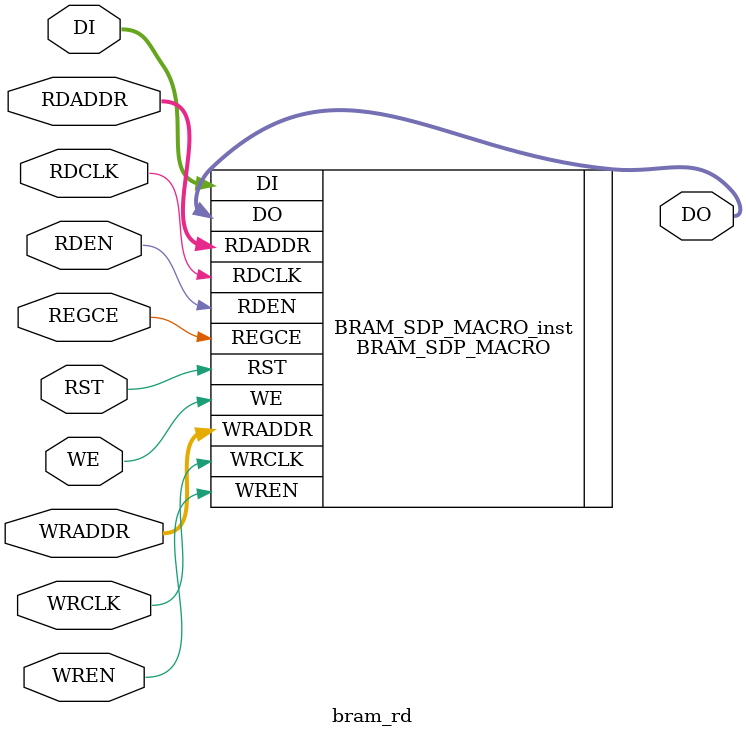
<source format=v>
`timescale 1ns / 1ps

module bram_rd(
    output [7:0] DO,
    input [7:0] DI,
    input [11:0] RDADDR,
    input [11:0] WRADDR,
    input REGCE,
    input RST , 
    input RDCLK,
    input WRCLK,
    input RDEN,
    input WREN,
    input WE
    );
      ///////////////////////////////////////////////////////////////////////
    BRAM_SDP_MACRO #(
    .BRAM_SIZE("36Kb"), // Target BRAM, "18Kb" or "36Kb"
    .DEVICE("7SERIES"), // Target device: "7SERIES"
    .WRITE_WIDTH(8), // Valid values are 1-72 (37-72 only valid when BRAM_SIZE="36Kb")
    .READ_WIDTH(8), // Valid values are 1-72 (37-72 only valid when BRAM_SIZE="36Kb")
    .DO_REG(0), // Optional output register (0 or 1)
    .INIT_FILE ("NONE"),
    .SIM_COLLISION_CHECK ("ALL"), // Collision check enable "ALL", "WARNING_ONLY",
    // "GENERATE_X_ONLY" or "NONE"
    .SRVAL(72'h000000000000000000), // Set/Reset value for port output
    .INIT(72'h000000000000000000), // Initial values on output port
    .WRITE_MODE("WRITE_FIRST"), // Specify "READ_FIRST" for same clock or synchronous clocks
    // Specify "WRITE_FIRST for asynchronous clocks on ports
    .INIT_00(256'h0000000000000000000000000000000000000000000000000000000000000000),
    .INIT_01(256'h0000000000000000000000000000000000000000000000000000000000000000),
    .INIT_02(256'h0000000000000000000000000000000000000000000000000000000000000000),
    .INIT_03(256'h0000000000000000000000000000000000000000000000000000000000000000),
    .INIT_04(256'h0000000000000000000000000000000000000000000000000000000000000000),
    .INIT_05(256'h0000000000000000000000000000000000000000000000000000000000000000),
    .INIT_06(256'h0000000000000000000000000000000000000000000000000000000000000000),
    .INIT_07(256'h0000000000000000000000000000000000000000000000000000000000000000),
    .INIT_08(256'h0000000000000000000000000000000000000000000000000000000000000000),
    .INIT_09(256'h0000000000000000000000000000000000000000000000000000000000000000),
    .INIT_0A(256'h0000000000000000000000000000000000000000000000000000000000000000),
    .INIT_0B(256'h0000000000000000000000000000000000000000000000000000000000000000),
    .INIT_0C(256'h0000000000000000000000000000000000000000000000000000000000000000),
    .INIT_0D(256'h0000000000000000000000000000000000000000000000000000000000000000),
    .INIT_0E(256'h0000000000000000000000000000000000000000000000000000000000000000),
    .INIT_0F(256'h0000000000000000000000000000000000000000000000000000000000000000),
    .INIT_10(256'h0000000000000000000000000000000000000000000000000000000000000000),
    .INIT_11(256'h0000000000000000000000000000000000000000000000000000000000000000),
    .INIT_12(256'h0000000000000000000000000000000000000000000000000000000000000000),
    .INIT_13(256'h0000000000000000000000000000000000000000000000000000000000000000),
    .INIT_14(256'h0000000000000000000000000000000000000000000000000000000000000000),
    .INIT_15(256'h0000000000000000000000000000000000000000000000000000000000000000),
    .INIT_16(256'h0000000000000000000000000000000000000000000000000000000000000000),
    .INIT_17(256'h0000000000000000000000000000000000000000000000000000000000000000),
    .INIT_18(256'h0000000000000000000000000000000000000000000000000000000000000000),
    .INIT_19(256'h0000000000000000000000000000000000000000000000000000000000000000),
    .INIT_1A(256'h0000000000000000000000000000000000000000000000000000000000000000),
    .INIT_1B(256'h0000000000000000000000000000000000000000000000000000000000000000),
    .INIT_1C(256'h0000000000000000000000000000000000000000000000000000000000000000),
    .INIT_1D(256'h0000000000000000000000000000000000000000000000000000000000000000),
    .INIT_1E(256'h0000000000000000000000000000000000000000000000000000000000000000),
    .INIT_1F(256'h0000000000000000000000000000000000000000000000000000000000000000),
    .INIT_20(256'h0000000000000000000000000000000000000000000000000000000000000000),
    .INIT_21(256'h0000000000000000000000000000000000000000000000000000000000000000),
    .INIT_22(256'h0000000000000000000000000000000000000000000000000000000000000000),
    .INIT_23(256'h0000000000000000000000000000000000000000000000000000000000000000),
    .INIT_24(256'h0000000000000000000000000000000000000000000000000000000000000000),
    .INIT_25(256'h0000000000000000000000000000000000000000000000000000000000000000),
    .INIT_26(256'h0000000000000000000000000000000000000000000000000000000000000000),
    .INIT_27(256'h0000000000000000000000000000000000000000000000000000000000000000),
    .INIT_28(256'h0000000000000000000000000000000000000000000000000000000000000000),
    .INIT_29(256'h0000000000000000000000000000000000000000000000000000000000000000),
    .INIT_2A(256'h0000000000000000000000000000000000000000000000000000000000000000),
    .INIT_2B(256'h0000000000000000000000000000000000000000000000000000000000000000),
    .INIT_2C(256'h0000000000000000000000000000000000000000000000000000000000000000),
    .INIT_2D(256'h0000000000000000000000000000000000000000000000000000000000000000),
    .INIT_2E(256'h0000000000000000000000000000000000000000000000000000000000000000),
    .INIT_2F(256'h0000000000000000000000000000000000000000000000000000000000000000),
    .INIT_30(256'h0000000000000000000000000000000000000000000000000000000000000000),
    .INIT_31(256'h0000000000000000000000000000000000000000000000000000000000000000),
    .INIT_32(256'h0000000000000000000000000000000000000000000000000000000000000000),
    .INIT_33(256'h0000000000000000000000000000000000000000000000000000000000000000),
    .INIT_34(256'h0000000000000000000000000000000000000000000000000000000000000000),
    .INIT_35(256'h0000000000000000000000000000000000000000000000000000000000000000),
    .INIT_36(256'h0000000000000000000000000000000000000000000000000000000000000000),
    .INIT_37(256'h0000000000000000000000000000000000000000000000000000000000000000),
    .INIT_38(256'h0000000000000000000000000000000000000000000000000000000000000000),
    .INIT_39(256'h0000000000000000000000000000000000000000000000000000000000000000),
    .INIT_3A(256'h0000000000000000000000000000000000000000000000000000000000000000),
    .INIT_3B(256'h0000000000000000000000000000000000000000000000000000000000000000),
    .INIT_3C(256'h0000000000000000000000000000000000000000000000000000000000000000),
    .INIT_3D(256'h0000000000000000000000000000000000000000000000000000000000000000),
    .INIT_3E(256'h0000000000000000000000000000000000000000000000000000000000000000),
    .INIT_3F(256'h0000000000000000000000000000000000000000000000000000000000000000),
    .INIT_40(256'h0000000000000000000000000000000000000000000000000000000000000000),
    .INIT_41(256'h0000000000000000000000000000000000000000000000000000000000000000),
    .INIT_42(256'h0000000000000000000000000000000000000000000000000000000000000000),
    .INIT_43(256'h0000000000000000000000000000000000000000000000000000000000000000),
    .INIT_44(256'h0000000000000000000000000000000000000000000000000000000000000000),
    .INIT_45(256'h0000000000000000000000000000000000000000000000000000000000000000),
    .INIT_46(256'h0000000000000000000000000000000000000000000000000000000000000000),
    .INIT_47(256'h0000000000000000000000000000000000000000000000000000000000000000),
    .INIT_48(256'h0000000000000000000000000000000000000000000000000000000000000000),
    .INIT_49(256'h0000000000000000000000000000000000000000000000000000000000000000),
    .INIT_4A(256'h0000000000000000000000000000000000000000000000000000000000000000),
    .INIT_4B(256'h0000000000000000000000000000000000000000000000000000000000000000),
    .INIT_4C(256'h0000000000000000000000000000000000000000000000000000000000000000),
    .INIT_4D(256'h0000000000000000000000000000000000000000000000000000000000000000),
    .INIT_4E(256'h0000000000000000000000000000000000000000000000000000000000000000),
    .INIT_4F(256'h0000000000000000000000000000000000000000000000000000000000000000),
    .INIT_50(256'h0000000000000000000000000000000000000000000000000000000000000000),
    .INIT_51(256'h0000000000000000000000000000000000000000000000000000000000000000),
    .INIT_52(256'h0000000000000000000000000000000000000000000000000000000000000000),
    .INIT_53(256'h0000000000000000000000000000000000000000000000000000000000000000),
    .INIT_54(256'h0000000000000000000000000000000000000000000000000000000000000000),
    .INIT_55(256'h0000000000000000000000000000000000000000000000000000000000000000),
    .INIT_56(256'h0000000000000000000000000000000000000000000000000000000000000000),
    .INIT_57(256'h0000000000000000000000000000000000000000000000000000000000000000),
    .INIT_58(256'h0000000000000000000000000000000000000000000000000000000000000000),
    .INIT_59(256'h0000000000000000000000000000000000000000000000000000000000000000),
    .INIT_5A(256'h0000000000000000000000000000000000000000000000000000000000000000),
    .INIT_5B(256'h0000000000000000000000000000000000000000000000000000000000000000),
    .INIT_5C(256'h0000000000000000000000000000000000000000000000000000000000000000),
    .INIT_5D(256'h0000000000000000000000000000000000000000000000000000000000000000),
    .INIT_5E(256'h0000000000000000000000000000000000000000000000000000000000000000),
    .INIT_5F(256'h0000000000000000000000000000000000000000000000000000000000000000),
    .INIT_60(256'h0000000000000000000000000000000000000000000000000000000000000000),
    .INIT_61(256'h0000000000000000000000000000000000000000000000000000000000000000),
    .INIT_62(256'h0000000000000000000000000000000000000000000000000000000000000000),
    .INIT_63(256'h0000000000000000000000000000000000000000000000000000000000000000),
    .INIT_64(256'h0000000000000000000000000000000000000000000000000000000000000000),
    .INIT_65(256'h0000000000000000000000000000000000000000000000000000000000000000),
    .INIT_66(256'h0000000000000000000000000000000000000000000000000000000000000000),
    .INIT_67(256'h0000000000000000000000000000000000000000000000000000000000000000),
    .INIT_68(256'h0000000000000000000000000000000000000000000000000000000000000000),
    .INIT_69(256'h0000000000000000000000000000000000000000000000000000000000000000),
    .INIT_6A(256'h0000000000000000000000000000000000000000000000000000000000000000),
    .INIT_6B(256'h0000000000000000000000000000000000000000000000000000000000000000),
    .INIT_6C(256'h0000000000000000000000000000000000000000000000000000000000000000),
    .INIT_6D(256'h0000000000000000000000000000000000000000000000000000000000000000),
    .INIT_6E(256'h0000000000000000000000000000000000000000000000000000000000000000),
    .INIT_6F(256'h0000000000000000000000000000000000000000000000000000000000000000),
    .INIT_70(256'h0000000000000000000000000000000000000000000000000000000000000000),
    .INIT_71(256'h0000000000000000000000000000000000000000000000000000000000000000),
    .INIT_72(256'h0000000000000000000000000000000000000000000000000000000000000000),
    .INIT_73(256'h0000000000000000000000000000000000000000000000000000000000000000),
    .INIT_74(256'h0000000000000000000000000000000000000000000000000000000000000000),
    .INIT_75(256'h0000000000000000000000000000000000000000000000000000000000000000),
    .INIT_76(256'h0000000000000000000000000000000000000000000000000000000000000000),
    .INIT_77(256'h0000000000000000000000000000000000000000000000000000000000000000),
    // The next set of INITP_xx are for the parity bits
   .INIT_78(256'h0000000000000000000000000000000000000000000000000000000000000000),
    .INIT_79(256'h0000000000000000000000000000000000000000000000000000000000000000),
    .INIT_7A(256'h0000000000000000000000000000000000000000000000000000000000000000),
    .INIT_7B(256'h0000000000000000000000000000000000000000000000000000000000000000),
    .INIT_7C(256'h0000000000000000000000000000000000000000000000000000000000000000),
    .INIT_7D(256'h0000000000000000000000000000000000000000000000000000000000000000),
    .INIT_7E(256'h0000000000000000000000000000000000000000000000000000000000000000),
    .INIT_7F(256'h0000000000000000000000000000000000000000000000000000000000000000),
    // The next set of INITP_xx are for the parity bits
    .INITP_00(256'h0000000000000000000000000000000000000000000000000000000000000000),
    .INITP_01(256'h0000000000000000000000000000000000000000000000000000000000000000),
    .INITP_02(256'h0000000000000000000000000000000000000000000000000000000000000000),
    .INITP_03(256'h0000000000000000000000000000000000000000000000000000000000000000),
    .INITP_04(256'h0000000000000000000000000000000000000000000000000000000000000000),
    .INITP_05(256'h0000000000000000000000000000000000000000000000000000000000000000),
    .INITP_06(256'h0000000000000000000000000000000000000000000000000000000000000000),
    .INITP_07(256'h0000000000000000000000000000000000000000000000000000000000000000),
    // The next set of INITP_xx are valid when configured as 36Kb
    .INITP_08(256'h0000000000000000000000000000000000000000000000000000000000000000),
    .INITP_09(256'h0000000000000000000000000000000000000000000000000000000000000000),
    .INITP_0A(256'h0000000000000000000000000000000000000000000000000000000000000000),
    .INITP_0B(256'h0000000000000000000000000000000000000000000000000000000000000000),
    .INITP_0C(256'h0000000000000000000000000000000000000000000000000000000000000000),
    .INITP_0D(256'h0000000000000000000000000000000000000000000000000000000000000000),
    .INITP_0E(256'h0000000000000000000000000000000000000000000000000000000000000000),
    .INITP_0F(256'h0000000000000000000000000000000000000000000000000000000000000000)
    )
    BRAM_SDP_MACRO_inst (
    .DO(DO), // Output read data port, width defined by READ_WIDTH parameter
    .DI(DI), // Input write data port, width defined by WRITE_WIDTH parameter
    .RDADDR(RDADDR), // Input read address, width defined by read port depth
    .RDCLK(RDCLK), // 1-bit input read clock
    .RDEN(RDEN), // 1-bit input read port enable
    .REGCE(REGCE), // 1-bit input read output register enable
    .RST(RST), // 1-bit input reset
    .WE(WE), // Input write enable, width defined by write port depth
    .WRADDR(WRADDR), // Input write address, width defined by write port depth
    .WRCLK(WRCLK), // 1-bit input write clock
    .WREN(WREN) // 1-bit input write port enable
    );

endmodule
</source>
